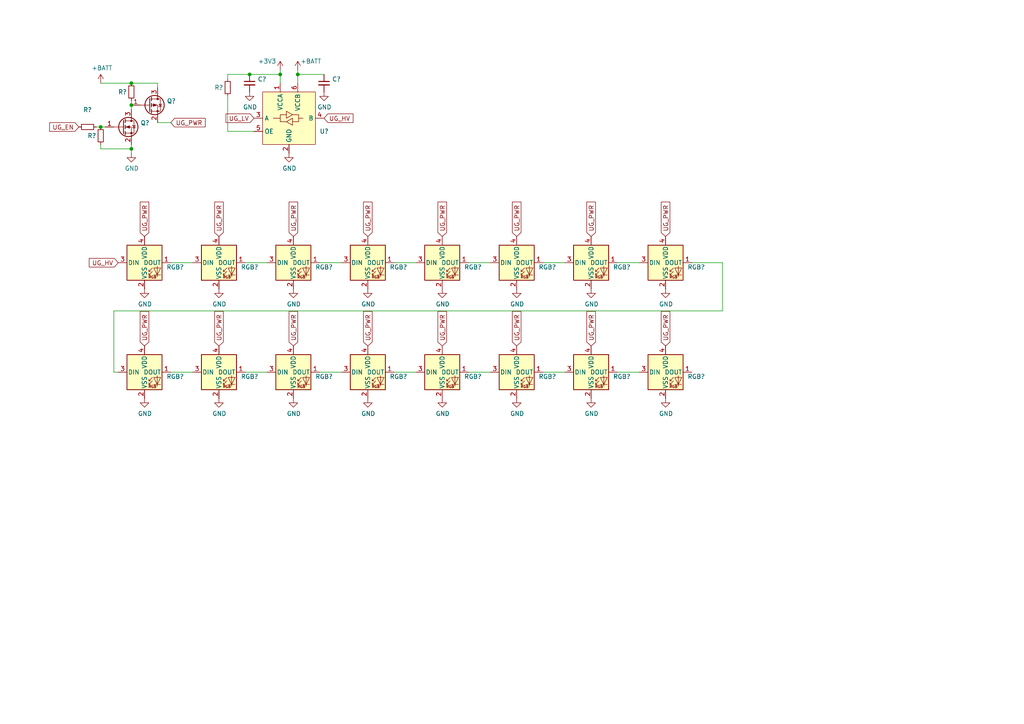
<source format=kicad_sch>
(kicad_sch (version 20211123) (generator eeschema)
  (paper "A4")
  (lib_symbols
    (symbol "Device:C_Small" (pin_numbers hide) (pin_names (offset 0.254) hide)
      (property "Reference" "C" (at 0.254 1.778 0))
      (property "Value" "C_Small" (at 0.254 -2.032 0))
      (symbol "C_Small_0_1"
        (polyline (pts (xy -1.524 -0.508) (xy 1.524 -0.508)) (stroke (width 0.3302)))
        (polyline (pts (xy -1.524 0.508) (xy 1.524 0.508)) (stroke (width 0.3048)))
      )
      (symbol "C_Small_1_1"
        (pin passive line (at 0 2.54 270) (length 2.032) (name "~") (number "1"))
        (pin passive line (at 0 -2.54 90) (length 2.032) (name "~") (number "2"))
      )
    )
    (symbol "Device:R_Small" (pin_numbers hide) (pin_names (offset 0.254) hide)
      (property "Reference" "R" (at 0.762 0.508 0))
      (property "Value" "R_Small" (at 0.762 -1.016 0))
      (symbol "R_Small_0_1"
        (rectangle (start -0.762 1.778) (end 0.762 -1.778) (stroke (width 0.2032)))
      )
      (symbol "R_Small_1_1"
        (pin passive line (at 0 2.54 270) (length 0.762) (name "~") (number "1"))
        (pin passive line (at 0 -2.54 90) (length 0.762) (name "~") (number "2"))
      )
    )
    (symbol "LED:SK6812MINI" (pin_names (offset 0.254))
      (property "Reference" "D" (at 5.08 5.715 0))
      (property "Value" "SK6812MINI" (at 1.27 -5.715 0))
      (symbol "SK6812MINI_0_0"
        (text "RGB" (at 2.286 -4.191 0) (effects (font (size 0.762 0.762))))
      )
      (symbol "SK6812MINI_0_1"
        (polyline (pts (xy 1.27 -3.556) (xy 1.778 -3.556)))
        (polyline (pts (xy 1.27 -2.54) (xy 1.778 -2.54)))
        (polyline (pts (xy 4.699 -3.556) (xy 2.667 -3.556)))
        (polyline (pts (xy 2.286 -2.54) (xy 1.27 -3.556) (xy 1.27 -3.048)))
        (polyline (pts (xy 2.286 -1.524) (xy 1.27 -2.54) (xy 1.27 -2.032)))
        (polyline (pts (xy 3.683 -1.016) (xy 3.683 -3.556) (xy 3.683 -4.064)))
        (polyline (pts (xy 4.699 -1.524) (xy 2.667 -1.524) (xy 3.683 -3.556) (xy 4.699 -1.524)))
        (rectangle (start 5.08 5.08) (end -5.08 -5.08) (stroke (width 0.254)) (fill (type background)))
      )
      (symbol "SK6812MINI_1_1"
        (pin output line (at 7.62 0 180) (length 2.54) (name "DOUT") (number "1"))
        (pin power_in line (at 0 -7.62 90) (length 2.54) (name "VSS") (number "2"))
        (pin input line (at -7.62 0 0) (length 2.54) (name "DIN") (number "3"))
        (pin power_in line (at 0 7.62 270) (length 2.54) (name "VDD") (number "4"))
      )
    )
    (symbol "Transistor_FET:2N7002" (pin_names hide)
      (property "Reference" "Q" (at 5.08 1.905 0))
      (property "Value" "2N7002" (at 5.08 0 0))
      (symbol "2N7002_0_1"
        (polyline (pts (xy 0.254 0) (xy -2.54 0)))
        (polyline (pts (xy 0.254 1.905) (xy 0.254 -1.905)) (stroke (width 0.254)))
        (polyline (pts (xy 0.762 -1.27) (xy 0.762 -2.286)) (stroke (width 0.254)))
        (polyline (pts (xy 0.762 0.508) (xy 0.762 -0.508)) (stroke (width 0.254)))
        (polyline (pts (xy 0.762 2.286) (xy 0.762 1.27)) (stroke (width 0.254)))
        (polyline (pts (xy 2.54 2.54) (xy 2.54 1.778)))
        (polyline (pts (xy 2.54 -2.54) (xy 2.54 0) (xy 0.762 0)))
        (polyline (pts (xy 0.762 -1.778) (xy 3.302 -1.778) (xy 3.302 1.778) (xy 0.762 1.778)))
        (polyline (pts (xy 1.016 0) (xy 2.032 0.381) (xy 2.032 -0.381) (xy 1.016 0)) (fill (type outline)))
        (polyline (pts (xy 2.794 0.508) (xy 2.921 0.381) (xy 3.683 0.381) (xy 3.81 0.254)))
        (polyline (pts (xy 3.302 0.381) (xy 2.921 -0.254) (xy 3.683 -0.254) (xy 3.302 0.381)))
        (circle (center 1.651 0) (radius 2.794) (stroke (width 0.254)))
        (circle (center 2.54 -1.778) (radius 0.254) (fill (type outline)))
        (circle (center 2.54 1.778) (radius 0.254) (fill (type outline)))
      )
      (symbol "2N7002_1_1"
        (pin input line (at -5.08 0 0) (length 2.54) (name "G") (number "1"))
        (pin passive line (at 2.54 -5.08 90) (length 2.54) (name "S") (number "2"))
        (pin passive line (at 2.54 5.08 270) (length 2.54) (name "D") (number "3"))
      )
    )
    (symbol "Transistor_FET:AO3401A" (pin_names hide)
      (property "Reference" "Q" (at 5.08 1.905 0))
      (property "Value" "AO3401A" (at 5.08 0 0))
      (symbol "AO3401A_0_1"
        (polyline (pts (xy 0.254 0) (xy -2.54 0)))
        (polyline (pts (xy 0.254 1.905) (xy 0.254 -1.905)) (stroke (width 0.254)))
        (polyline (pts (xy 0.762 -1.27) (xy 0.762 -2.286)) (stroke (width 0.254)))
        (polyline (pts (xy 0.762 0.508) (xy 0.762 -0.508)) (stroke (width 0.254)))
        (polyline (pts (xy 0.762 2.286) (xy 0.762 1.27)) (stroke (width 0.254)))
        (polyline (pts (xy 2.54 2.54) (xy 2.54 1.778)))
        (polyline (pts (xy 2.54 -2.54) (xy 2.54 0) (xy 0.762 0)))
        (polyline (pts (xy 0.762 1.778) (xy 3.302 1.778) (xy 3.302 -1.778) (xy 0.762 -1.778)))
        (polyline (pts (xy 2.286 0) (xy 1.27 0.381) (xy 1.27 -0.381) (xy 2.286 0)) (fill (type outline)))
        (polyline (pts (xy 2.794 -0.508) (xy 2.921 -0.381) (xy 3.683 -0.381) (xy 3.81 -0.254)))
        (polyline (pts (xy 3.302 -0.381) (xy 2.921 0.254) (xy 3.683 0.254) (xy 3.302 -0.381)))
        (circle (center 1.651 0) (radius 2.794) (stroke (width 0.254)))
        (circle (center 2.54 -1.778) (radius 0.254) (fill (type outline)))
        (circle (center 2.54 1.778) (radius 0.254) (fill (type outline)))
      )
      (symbol "AO3401A_1_1"
        (pin input line (at -5.08 0 0) (length 2.54) (name "G") (number "1"))
        (pin passive line (at 2.54 -5.08 90) (length 2.54) (name "S") (number "2"))
        (pin passive line (at 2.54 5.08 270) (length 2.54) (name "D") (number "3"))
      )
    )
    (symbol "kicad-keyboard-parts:TXB0101"
      (property "Reference" "U" (at -6.35 11.43 0))
      (property "Value" "TXB0101" (at 3.81 11.43 0))
      (symbol "TXB0101_0_1"
        (rectangle (start -7.62 10.16) (end 7.62 -5.08) (fill (type background)))
        (polyline (pts (xy -2.54 2.54) (xy -2.54 3.556) (xy -0.762 3.556)))
        (polyline (pts (xy 2.794 2.54) (xy 2.794 1.524) (xy 1.016 1.524)))
        (polyline (pts (xy -0.762 1.524) (xy -2.54 1.524) (xy -2.54 2.54) (xy -4.572 2.54)))
        (polyline (pts (xy -0.762 2.54) (xy -0.762 4.572) (xy 1.016 3.556) (xy -0.762 2.54)))
        (polyline (pts (xy 1.016 3.556) (xy 2.794 3.556) (xy 2.794 2.54) (xy 4.064 2.54)))
        (polyline (pts (xy 1.016 2.54) (xy 1.016 0.762) (xy 1.016 0.508) (xy -0.762 1.524) (xy 1.016 2.54)))
      )
      (symbol "TXB0101_1_1"
        (pin power_in line (at -2.54 12.7 270) (length 2.54) (name "VCCA") (number "1"))
        (pin power_in line (at 0 -7.62 90) (length 2.54) (name "GND") (number "2"))
        (pin bidirectional line (at -10.16 2.54 0) (length 2.54) (name "A") (number "3"))
        (pin bidirectional line (at 10.16 2.54 180) (length 2.54) (name "B") (number "4"))
        (pin input line (at -10.16 -1.27 0) (length 2.54) (name "OE") (number "5"))
        (pin power_in line (at 2.54 12.7 270) (length 2.54) (name "VCCB") (number "6"))
      )
    )
    (symbol "power:+3V3" (power) (pin_names (offset 0))
      (property "Value" "+3V3" (at 0 3.556 0))
      (symbol "+3V3_0_1"
        (polyline (pts (xy -0.762 1.27) (xy 0 2.54)))
        (polyline (pts (xy 0 0) (xy 0 2.54)))
        (polyline (pts (xy 0 2.54) (xy 0.762 1.27)))
      )
      (symbol "+3V3_1_1"
        (pin power_in line (at 0 0 90) (length 0) hide (name "+3V3") (number "1"))
      )
    )
    (symbol "power:+BATT" (power) (pin_names (offset 0))
      (property "Value" "+BATT" (at 0 3.556 0))
      (symbol "+BATT_0_1"
        (polyline (pts (xy -0.762 1.27) (xy 0 2.54)))
        (polyline (pts (xy 0 0) (xy 0 2.54)))
        (polyline (pts (xy 0 2.54) (xy 0.762 1.27)))
      )
      (symbol "+BATT_1_1"
        (pin power_in line (at 0 0 90) (length 0) hide (name "+BATT") (number "1"))
      )
    )
    (symbol "power:GND" (power) (pin_names (offset 0))
      (property "Value" "GND" (at 0 -3.81 0))
      (symbol "GND_0_1"
        (polyline (pts (xy 0 0) (xy 0 -1.27) (xy 1.27 -1.27) (xy 0 -2.54) (xy -1.27 -1.27) (xy 0 -1.27)))
      )
      (symbol "GND_1_1"
        (pin power_in line (at 0 0 270) (length 0) hide (name "GND") (number "1"))
      )
    )
  )
  (junction (at 86.36 21.59))
  (junction (at 38.1 24.13))
  (junction (at 38.1 43.18))
  (junction (at 72.39 21.59))
  (junction (at 81.28 21.59))
  (junction (at 38.1 30.48))
  (junction (at 29.21 36.83))
  (wire (pts (xy 29.21 36.83) (xy 30.48 36.83)))
  (wire (pts (xy 81.28 21.59) (xy 72.39 21.59)))
  (wire (pts (xy 120.65 107.95) (xy 114.3 107.95)))
  (wire (pts (xy 38.1 29.21) (xy 38.1 30.48)))
  (wire (pts (xy 81.28 24.13) (xy 81.28 21.59)))
  (wire (pts (xy 93.98 21.59) (xy 86.36 21.59)))
  (wire (pts (xy 45.72 24.13) (xy 38.1 24.13)))
  (wire (pts (xy 209.55 76.2) (xy 209.55 90.17)))
  (wire (pts (xy 55.88 76.2) (xy 49.53 76.2)))
  (wire (pts (xy 66.04 38.1) (xy 73.66 38.1)))
  (wire (pts (xy 77.47 107.95) (xy 71.12 107.95)))
  (wire (pts (xy 29.21 43.18) (xy 38.1 43.18)))
  (wire (pts (xy 45.72 35.56) (xy 49.53 35.56)))
  (wire (pts (xy 77.47 76.2) (xy 71.12 76.2)))
  (wire (pts (xy 163.83 107.95) (xy 157.48 107.95)))
  (wire (pts (xy 99.06 107.95) (xy 92.71 107.95)))
  (wire (pts (xy 66.04 27.94) (xy 66.04 38.1)))
  (wire (pts (xy 38.1 24.13) (xy 29.21 24.13)))
  (wire (pts (xy 45.72 25.4) (xy 45.72 24.13)))
  (wire (pts (xy 99.06 76.2) (xy 92.71 76.2)))
  (wire (pts (xy 163.83 76.2) (xy 157.48 76.2)))
  (wire (pts (xy 29.21 41.91) (xy 29.21 43.18)))
  (wire (pts (xy 86.36 20.32) (xy 86.36 21.59)))
  (wire (pts (xy 38.1 30.48) (xy 38.1 31.75)))
  (wire (pts (xy 81.28 20.32) (xy 81.28 21.59)))
  (wire (pts (xy 38.1 43.18) (xy 38.1 41.91)))
  (wire (pts (xy 38.1 43.18) (xy 38.1 44.45)))
  (wire (pts (xy 142.24 76.2) (xy 135.89 76.2)))
  (wire (pts (xy 185.42 107.95) (xy 179.07 107.95)))
  (wire (pts (xy 27.94 36.83) (xy 29.21 36.83)))
  (wire (pts (xy 185.42 76.2) (xy 179.07 76.2)))
  (wire (pts (xy 55.88 107.95) (xy 49.53 107.95)))
  (wire (pts (xy 33.02 107.95) (xy 34.29 107.95)))
  (wire (pts (xy 142.24 107.95) (xy 135.89 107.95)))
  (wire (pts (xy 120.65 76.2) (xy 114.3 76.2)))
  (wire (pts (xy 209.55 90.17) (xy 33.02 90.17)))
  (wire (pts (xy 33.02 90.17) (xy 33.02 107.95)))
  (wire (pts (xy 200.66 76.2) (xy 209.55 76.2)))
  (wire (pts (xy 66.04 21.59) (xy 66.04 22.86)))
  (wire (pts (xy 72.39 21.59) (xy 66.04 21.59)))
  (wire (pts (xy 86.36 21.59) (xy 86.36 24.13)))
  (global_label "UG_PWR" (shape input) (at 85.09 68.58 90) (property "Intersheet References" "${INTERSHEET_REFS}" (effects hide)))
  (global_label "UG_PWR" (shape input) (at 85.09 100.33 90) (property "Intersheet References" "${INTERSHEET_REFS}" (effects hide)))
  (global_label "UG_PWR" (shape input) (at 106.68 100.33 90) (property "Intersheet References" "${INTERSHEET_REFS}" (effects hide)))
  (global_label "UG_PWR" (shape input) (at 149.86 100.33 90) (property "Intersheet References" "${INTERSHEET_REFS}" (effects hide)))
  (global_label "UG_HV" (shape input) (at 93.98 34.29 0) (property "Intersheet References" "${INTERSHEET_REFS}" (effects hide)))
  (global_label "UG_EN" (shape input) (at 22.86 36.83 180) (property "Intersheet References" "${INTERSHEET_REFS}" (effects hide)))
  (global_label "UG_PWR" (shape input) (at 149.86 68.58 90) (property "Intersheet References" "${INTERSHEET_REFS}" (effects hide)))
  (global_label "UG_PWR" (shape input) (at 128.27 68.58 90) (property "Intersheet References" "${INTERSHEET_REFS}" (effects hide)))
  (global_label "UG_PWR" (shape input) (at 49.53 35.56 0) (property "Intersheet References" "${INTERSHEET_REFS}" (effects hide)))
  (global_label "UG_PWR" (shape input) (at 193.04 100.33 90) (property "Intersheet References" "${INTERSHEET_REFS}" (effects hide)))
  (global_label "UG_PWR" (shape input) (at 106.68 68.58 90) (property "Intersheet References" "${INTERSHEET_REFS}" (effects hide)))
  (global_label "UG_PWR" (shape input) (at 63.5 100.33 90) (property "Intersheet References" "${INTERSHEET_REFS}" (effects hide)))
  (global_label "UG_PWR" (shape input) (at 193.04 68.58 90) (property "Intersheet References" "${INTERSHEET_REFS}" (effects hide)))
  (global_label "UG_PWR" (shape input) (at 171.45 100.33 90) (property "Intersheet References" "${INTERSHEET_REFS}" (effects hide)))
  (global_label "UG_LV" (shape input) (at 73.66 34.29 180) (property "Intersheet References" "${INTERSHEET_REFS}" (effects hide)))
  (global_label "UG_PWR" (shape input) (at 63.5 68.58 90) (property "Intersheet References" "${INTERSHEET_REFS}" (effects hide)))
  (global_label "UG_HV" (shape input) (at 34.29 76.2 180) (property "Intersheet References" "${INTERSHEET_REFS}" (effects hide)))
  (global_label "UG_PWR" (shape input) (at 41.91 68.58 90) (property "Intersheet References" "${INTERSHEET_REFS}" (effects hide)))
  (global_label "UG_PWR" (shape input) (at 171.45 68.58 90) (property "Intersheet References" "${INTERSHEET_REFS}" (effects hide)))
  (global_label "UG_PWR" (shape input) (at 128.27 100.33 90) (property "Intersheet References" "${INTERSHEET_REFS}" (effects hide)))
  (global_label "UG_PWR" (shape input) (at 41.91 100.33 90) (property "Intersheet References" "${INTERSHEET_REFS}" (effects hide)))
  (symbol (lib_id "Transistor_FET:2N7002") (at 35.56 36.83 0) (unit 1)
    (property "Reference" "Q?" (at 40.7416 35.6616 0) (effects (justify left)))
    (property "Datasheet" "https://www.onsemi.com/pub/Collateral/NDS7002A-D.PDF" (effects hide))
  )
  (symbol (lib_id "Transistor_FET:AO3401A") (at 43.18 30.48 0) (unit 1)
    (property "Reference" "Q?" (at 48.387 29.3116 0) (effects (justify left)))
    (property "Datasheet" "http://www.aosmd.com/pdfs/datasheet/AO3401A.pdf" (effects hide))
  )
  (symbol (lib_id "Device:R_Small") (at 29.21 39.37 0) (mirror x) (unit 1)
    (property "Reference" "R?" (at 27.94 39.37 0) (effects (justify right)))
  )
  (symbol (lib_id "Device:R_Small") (at 25.4 36.83 90) (mirror x) (unit 1)
    (property "Reference" "R?" (at 25.4 31.8516 90))
  )
  (symbol (lib_id "power:GND") (at 38.1 44.45 0) (unit 1)
    (property "Reference" "#PWR?" (effects hide))
  )
  (symbol (lib_id "Device:R_Small") (at 38.1 26.67 0) (mirror x) (unit 1)
    (property "Reference" "R?" (at 36.83 26.67 0) (effects (justify right)))
  )
  (symbol (lib_id "power:+BATT") (at 29.21 24.13 0) (unit 1)
    (property "Reference" "#PWR?" (effects hide))
  )
  (symbol (lib_id "kicad-keyboard-parts:TXB0101") (at 83.82 36.83 0) (unit 1)
    (property "Reference" "U?" (at 92.71 38.1 0) (effects (justify left)))
    (property "Datasheet" "https://datasheet.lcsc.com/szlcsc/Texas-Instruments-TI-TXB0101DCKR_C324081.pdf" (effects hide))
    (property "LCSC" "C324081" (effects hide))
  )
  (symbol (lib_id "power:GND") (at 83.82 44.45 0) (unit 1)
    (property "Reference" "#PWR?" (effects hide))
  )
  (symbol (lib_id "Device:R_Small") (at 66.04 25.4 0) (mirror x) (unit 1)
    (property "Reference" "R?" (at 64.77 25.4 0) (effects (justify right)))
  )
  (symbol (lib_id "power:+3V3") (at 81.28 20.32 0) (unit 1)
    (property "Reference" "#PWR?" (effects hide))
  )
  (symbol (lib_id "Device:C_Small") (at 72.39 24.13 0) (unit 1)
    (property "Reference" "C?" (at 74.7268 22.9616 0) (effects (justify left)))
  )
  (symbol (lib_id "power:GND") (at 72.39 26.67 0) (unit 1)
    (property "Reference" "#PWR?" (effects hide))
  )
  (symbol (lib_id "Device:C_Small") (at 93.98 24.13 0) (unit 1)
    (property "Reference" "C?" (at 96.3168 22.9616 0) (effects (justify left)))
  )
  (symbol (lib_id "power:GND") (at 93.98 26.67 0) (unit 1)
    (property "Reference" "#PWR?" (effects hide))
  )
  (symbol (lib_id "power:+BATT") (at 86.36 20.32 0) (unit 1)
    (property "Reference" "#PWR?" (effects hide))
  )
  (symbol (lib_id "LED:SK6812MINI") (at 41.91 76.2 0) (unit 1)
    (property "Reference" "RGB?" (at 48.26 77.47 0) (effects (justify left)))
    (property "Datasheet" "https://cdn-shop.adafruit.com/datasheets/WS2812B.pdf" (effects hide))
  )
  (symbol (lib_id "LED:SK6812MINI") (at 63.5 76.2 0) (unit 1)
    (property "Reference" "RGB?" (at 69.85 77.47 0) (effects (justify left)))
    (property "Datasheet" "https://cdn-shop.adafruit.com/datasheets/WS2812B.pdf" (effects hide))
  )
  (symbol (lib_id "LED:SK6812MINI") (at 85.09 76.2 0) (unit 1)
    (property "Reference" "RGB?" (at 91.44 77.47 0) (effects (justify left)))
    (property "Datasheet" "https://cdn-shop.adafruit.com/datasheets/WS2812B.pdf" (effects hide))
  )
  (symbol (lib_id "LED:SK6812MINI") (at 106.68 76.2 0) (unit 1)
    (property "Reference" "RGB?" (at 113.03 77.47 0) (effects (justify left)))
    (property "Datasheet" "https://cdn-shop.adafruit.com/datasheets/WS2812B.pdf" (effects hide))
  )
  (symbol (lib_id "power:GND") (at 41.91 83.82 0) (unit 1)
    (property "Reference" "#PWR?" (effects hide))
  )
  (symbol (lib_id "power:GND") (at 63.5 83.82 0) (unit 1)
    (property "Reference" "#PWR?" (effects hide))
  )
  (symbol (lib_id "power:GND") (at 85.09 83.82 0) (unit 1)
    (property "Reference" "#PWR?" (effects hide))
  )
  (symbol (lib_id "power:GND") (at 106.68 83.82 0) (unit 1)
    (property "Reference" "#PWR?" (effects hide))
  )
  (symbol (lib_id "LED:SK6812MINI") (at 149.86 76.2 0) (unit 1)
    (property "Reference" "RGB?" (at 156.21 77.47 0) (effects (justify left)))
    (property "Datasheet" "https://cdn-shop.adafruit.com/datasheets/WS2812B.pdf" (effects hide))
  )
  (symbol (lib_id "LED:SK6812MINI") (at 171.45 76.2 0) (unit 1)
    (property "Reference" "RGB?" (at 177.8 77.47 0) (effects (justify left)))
    (property "Datasheet" "https://cdn-shop.adafruit.com/datasheets/WS2812B.pdf" (effects hide))
  )
  (symbol (lib_id "LED:SK6812MINI") (at 193.04 76.2 0) (unit 1)
    (property "Reference" "RGB?" (at 199.39 77.47 0) (effects (justify left)))
    (property "Datasheet" "https://cdn-shop.adafruit.com/datasheets/WS2812B.pdf" (effects hide))
  )
  (symbol (lib_id "LED:SK6812MINI") (at 128.27 76.2 0) (unit 1)
    (property "Reference" "RGB?" (at 134.62 77.47 0) (effects (justify left)))
    (property "Datasheet" "https://cdn-shop.adafruit.com/datasheets/WS2812B.pdf" (effects hide))
  )
  (symbol (lib_id "power:GND") (at 128.27 83.82 0) (unit 1)
    (property "Reference" "#PWR?" (effects hide))
  )
  (symbol (lib_id "power:GND") (at 149.86 83.82 0) (unit 1)
    (property "Reference" "#PWR?" (effects hide))
  )
  (symbol (lib_id "power:GND") (at 171.45 83.82 0) (unit 1)
    (property "Reference" "#PWR?" (effects hide))
  )
  (symbol (lib_id "power:GND") (at 193.04 83.82 0) (unit 1)
    (property "Reference" "#PWR?" (effects hide))
  )
  (symbol (lib_id "LED:SK6812MINI") (at 63.5 107.95 0) (unit 1)
    (property "Reference" "RGB?" (at 69.85 109.22 0) (effects (justify left)))
    (property "Datasheet" "https://cdn-shop.adafruit.com/datasheets/WS2812B.pdf" (effects hide))
  )
  (symbol (lib_id "LED:SK6812MINI") (at 85.09 107.95 0) (unit 1)
    (property "Reference" "RGB?" (at 91.44 109.22 0) (effects (justify left)))
    (property "Datasheet" "https://cdn-shop.adafruit.com/datasheets/WS2812B.pdf" (effects hide))
  )
  (symbol (lib_id "LED:SK6812MINI") (at 106.68 107.95 0) (unit 1)
    (property "Reference" "RGB?" (at 113.03 109.22 0) (effects (justify left)))
    (property "Datasheet" "https://cdn-shop.adafruit.com/datasheets/WS2812B.pdf" (effects hide))
  )
  (symbol (lib_id "LED:SK6812MINI") (at 41.91 107.95 0) (unit 1)
    (property "Reference" "RGB?" (at 48.26 109.22 0) (effects (justify left)))
    (property "Datasheet" "https://cdn-shop.adafruit.com/datasheets/WS2812B.pdf" (effects hide))
  )
  (symbol (lib_id "power:GND") (at 41.91 115.57 0) (unit 1)
    (property "Reference" "#PWR?" (effects hide))
  )
  (symbol (lib_id "power:GND") (at 63.5 115.57 0) (unit 1)
    (property "Reference" "#PWR?" (effects hide))
  )
  (symbol (lib_id "power:GND") (at 85.09 115.57 0) (unit 1)
    (property "Reference" "#PWR?" (effects hide))
  )
  (symbol (lib_id "power:GND") (at 106.68 115.57 0) (unit 1)
    (property "Reference" "#PWR?" (effects hide))
  )
  (symbol (lib_id "LED:SK6812MINI") (at 149.86 107.95 0) (unit 1)
    (property "Reference" "RGB?" (at 156.21 109.22 0) (effects (justify left)))
    (property "Datasheet" "https://cdn-shop.adafruit.com/datasheets/WS2812B.pdf" (effects hide))
  )
  (symbol (lib_id "LED:SK6812MINI") (at 171.45 107.95 0) (unit 1)
    (property "Reference" "RGB?" (at 177.8 109.22 0) (effects (justify left)))
    (property "Datasheet" "https://cdn-shop.adafruit.com/datasheets/WS2812B.pdf" (effects hide))
  )
  (symbol (lib_id "LED:SK6812MINI") (at 193.04 107.95 0) (unit 1)
    (property "Reference" "RGB?" (at 199.39 109.22 0) (effects (justify left)))
    (property "Datasheet" "https://cdn-shop.adafruit.com/datasheets/WS2812B.pdf" (effects hide))
  )
  (symbol (lib_id "LED:SK6812MINI") (at 128.27 107.95 0) (unit 1)
    (property "Reference" "RGB?" (at 134.62 109.22 0) (effects (justify left)))
    (property "Datasheet" "https://cdn-shop.adafruit.com/datasheets/WS2812B.pdf" (effects hide))
  )
  (symbol (lib_id "power:GND") (at 128.27 115.57 0) (unit 1)
    (property "Reference" "#PWR?" (effects hide))
  )
  (symbol (lib_id "power:GND") (at 149.86 115.57 0) (unit 1)
    (property "Reference" "#PWR?" (effects hide))
  )
  (symbol (lib_id "power:GND") (at 171.45 115.57 0) (unit 1)
    (property "Reference" "#PWR?" (effects hide))
  )
  (symbol (lib_id "power:GND") (at 193.04 115.57 0) (unit 1)
    (property "Reference" "#PWR?" (effects hide))
  )
)
</source>
